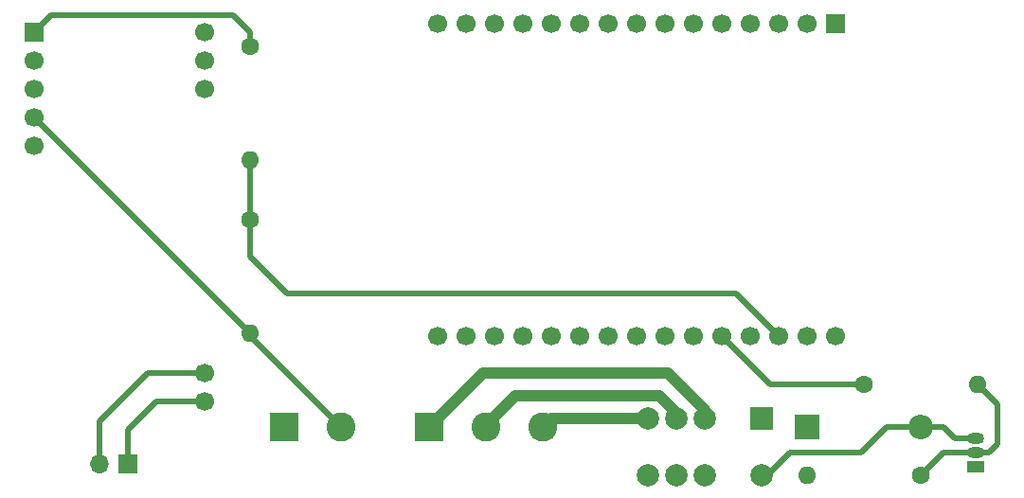
<source format=gbr>
%TF.GenerationSoftware,KiCad,Pcbnew,7.0.11+dfsg-1build4*%
%TF.CreationDate,2025-02-10T19:25:52-07:00*%
%TF.ProjectId,rfid-v2,72666964-2d76-4322-9e6b-696361645f70,rev?*%
%TF.SameCoordinates,Original*%
%TF.FileFunction,Copper,L1,Top*%
%TF.FilePolarity,Positive*%
%FSLAX46Y46*%
G04 Gerber Fmt 4.6, Leading zero omitted, Abs format (unit mm)*
G04 Created by KiCad (PCBNEW 7.0.11+dfsg-1build4) date 2025-02-10 19:25:52*
%MOMM*%
%LPD*%
G01*
G04 APERTURE LIST*
%TA.AperFunction,ComponentPad*%
%ADD10R,1.700000X1.700000*%
%TD*%
%TA.AperFunction,ComponentPad*%
%ADD11O,1.700000X1.700000*%
%TD*%
%TA.AperFunction,ComponentPad*%
%ADD12C,1.600000*%
%TD*%
%TA.AperFunction,ComponentPad*%
%ADD13O,1.600000X1.600000*%
%TD*%
%TA.AperFunction,ComponentPad*%
%ADD14R,2.600000X2.600000*%
%TD*%
%TA.AperFunction,ComponentPad*%
%ADD15C,2.600000*%
%TD*%
%TA.AperFunction,ComponentPad*%
%ADD16R,2.200000X2.200000*%
%TD*%
%TA.AperFunction,ComponentPad*%
%ADD17O,2.200000X2.200000*%
%TD*%
%TA.AperFunction,ComponentPad*%
%ADD18C,1.700000*%
%TD*%
%TA.AperFunction,ComponentPad*%
%ADD19R,1.500000X1.050000*%
%TD*%
%TA.AperFunction,ComponentPad*%
%ADD20O,1.500000X1.050000*%
%TD*%
%TA.AperFunction,ComponentPad*%
%ADD21R,2.000000X2.000000*%
%TD*%
%TA.AperFunction,ComponentPad*%
%ADD22C,2.000000*%
%TD*%
%TA.AperFunction,Conductor*%
%ADD23C,0.500000*%
%TD*%
%TA.AperFunction,Conductor*%
%ADD24C,1.000000*%
%TD*%
G04 APERTURE END LIST*
D10*
%TO.P,J3,1,Pin_1*%
%TO.N,Net-(J3-Pin_1)*%
X110495000Y-91948000D03*
D11*
%TO.P,J3,2,Pin_2*%
%TO.N,Net-(J3-Pin_2)*%
X107955000Y-91948000D03*
%TD*%
D12*
%TO.P,R1,1*%
%TO.N,/RELAY*%
X176276000Y-84836000D03*
D13*
%TO.P,R1,2*%
%TO.N,Net-(Q1-B)*%
X186436000Y-84836000D03*
%TD*%
D14*
%TO.P,J1,1,Pin_1*%
%TO.N,/V5*%
X124460000Y-88646000D03*
D15*
%TO.P,J1,2,Pin_2*%
%TO.N,/GND*%
X129540000Y-88646000D03*
%TD*%
D16*
%TO.P,D1,1,K*%
%TO.N,/V5*%
X171196000Y-88646000D03*
D17*
%TO.P,D1,2,A*%
%TO.N,Net-(D1-A)*%
X181356000Y-88646000D03*
%TD*%
D10*
%TO.P,U1,1,3V3*%
%TO.N,unconnected-(U1-3V3-Pad1)*%
X173736000Y-52578000D03*
D18*
%TO.P,U1,2,GND*%
%TO.N,unconnected-(U1-GND-Pad2)*%
X171196000Y-52578000D03*
%TO.P,U1,3,D15*%
%TO.N,unconnected-(U1-D15-Pad3)*%
X168656000Y-52578000D03*
%TO.P,U1,4,D2*%
%TO.N,unconnected-(U1-D2-Pad4)*%
X166116000Y-52578000D03*
%TO.P,U1,5,D4*%
%TO.N,unconnected-(U1-D4-Pad5)*%
X163576000Y-52578000D03*
%TO.P,U1,6,D16*%
%TO.N,unconnected-(U1-D16-Pad6)*%
X161036000Y-52578000D03*
%TO.P,U1,7,D17*%
%TO.N,unconnected-(U1-D17-Pad7)*%
X158496000Y-52578000D03*
%TO.P,U1,8,D5*%
%TO.N,unconnected-(U1-D5-Pad8)*%
X155956000Y-52578000D03*
%TO.P,U1,9,D18*%
%TO.N,unconnected-(U1-D18-Pad9)*%
X153416000Y-52578000D03*
%TO.P,U1,10,D19*%
%TO.N,unconnected-(U1-D19-Pad10)*%
X150876000Y-52578000D03*
%TO.P,U1,11,D21*%
%TO.N,unconnected-(U1-D21-Pad11)*%
X148336000Y-52578000D03*
%TO.P,U1,12,D3*%
%TO.N,unconnected-(U1-D3-Pad12)*%
X145796000Y-52578000D03*
%TO.P,U1,13,D1*%
%TO.N,unconnected-(U1-D1-Pad13)*%
X143256000Y-52578000D03*
%TO.P,U1,14,D22*%
%TO.N,unconnected-(U1-D22-Pad14)*%
X140716000Y-52578000D03*
%TO.P,U1,15,D23*%
%TO.N,unconnected-(U1-D23-Pad15)*%
X138176000Y-52578000D03*
%TO.P,U1,16,ENABLE*%
%TO.N,unconnected-(U1-ENABLE-Pad16)*%
X138176000Y-80518000D03*
%TO.P,U1,17,D36*%
%TO.N,unconnected-(U1-D36-Pad17)*%
X140716000Y-80518000D03*
%TO.P,U1,18,D39*%
%TO.N,unconnected-(U1-D39-Pad18)*%
X143256000Y-80518000D03*
%TO.P,U1,19,D34*%
%TO.N,unconnected-(U1-D34-Pad19)*%
X145796000Y-80518000D03*
%TO.P,U1,20,D35*%
%TO.N,unconnected-(U1-D35-Pad20)*%
X148336000Y-80518000D03*
%TO.P,U1,21,D32*%
%TO.N,unconnected-(U1-D32-Pad21)*%
X150876000Y-80518000D03*
%TO.P,U1,22,D33*%
%TO.N,unconnected-(U1-D33-Pad22)*%
X153416000Y-80518000D03*
%TO.P,U1,23,D25*%
%TO.N,unconnected-(U1-D25-Pad23)*%
X155956000Y-80518000D03*
%TO.P,U1,24,D26*%
%TO.N,unconnected-(U1-D26-Pad24)*%
X158496000Y-80518000D03*
%TO.P,U1,25,D27*%
%TO.N,unconnected-(U1-D27-Pad25)*%
X161036000Y-80518000D03*
%TO.P,U1,26,D14*%
%TO.N,/RELAY*%
X163576000Y-80518000D03*
%TO.P,U1,27,D12*%
%TO.N,unconnected-(U1-D12-Pad27)*%
X166116000Y-80518000D03*
%TO.P,U1,28,D13*%
%TO.N,/RFID_TX*%
X168656000Y-80518000D03*
%TO.P,U1,29,GND*%
%TO.N,/GND*%
X171196000Y-80518000D03*
%TO.P,U1,30,VIN*%
%TO.N,/V5*%
X173736000Y-80518000D03*
%TD*%
D12*
%TO.P,R4,1*%
%TO.N,/RFID_TX*%
X121412000Y-70104000D03*
D13*
%TO.P,R4,2*%
%TO.N,/GND*%
X121412000Y-80264000D03*
%TD*%
D19*
%TO.P,Q1,1,E*%
%TO.N,/GND*%
X186288000Y-92202000D03*
D20*
%TO.P,Q1,2,B*%
%TO.N,Net-(Q1-B)*%
X186288000Y-90932000D03*
%TO.P,Q1,3,C*%
%TO.N,Net-(D1-A)*%
X186288000Y-89662000D03*
%TD*%
D12*
%TO.P,R2,1*%
%TO.N,Net-(Q1-B)*%
X181356000Y-92964000D03*
D13*
%TO.P,R2,2*%
%TO.N,/GND*%
X171196000Y-92964000D03*
%TD*%
D14*
%TO.P,J2,1,Pin_1*%
%TO.N,/NC*%
X137414000Y-88646000D03*
D15*
%TO.P,J2,2,Pin_2*%
%TO.N,/COM*%
X142494000Y-88646000D03*
%TO.P,J2,3,Pin_3*%
%TO.N,/NO*%
X147574000Y-88646000D03*
%TD*%
D10*
%TO.P,U2,1,TX*%
%TO.N,Net-(U2-TX)*%
X102108000Y-53340000D03*
D18*
%TO.P,U2,2,RX*%
%TO.N,unconnected-(U2-RX-Pad2)*%
X102108000Y-55880000D03*
%TO.P,U2,3,NC*%
%TO.N,unconnected-(U2-NC-Pad3)*%
X102108000Y-58420000D03*
%TO.P,U2,4,GND*%
%TO.N,/GND*%
X102108000Y-60960000D03*
%TO.P,U2,5,5V*%
%TO.N,/V5*%
X102108000Y-63500000D03*
%TO.P,U2,6,LED*%
%TO.N,unconnected-(U2-LED-Pad6)*%
X117348000Y-53340000D03*
%TO.P,U2,7,5V*%
%TO.N,unconnected-(U2-5V-Pad7)*%
X117348000Y-55880000D03*
%TO.P,U2,8,GND*%
%TO.N,unconnected-(U2-GND-Pad8)*%
X117348000Y-58420000D03*
%TO.P,U2,9,ANT1*%
%TO.N,Net-(J3-Pin_2)*%
X117348000Y-83820000D03*
%TO.P,U2,10,ANT2*%
%TO.N,Net-(J3-Pin_1)*%
X117348000Y-86360000D03*
%TD*%
D21*
%TO.P,K1,1*%
%TO.N,/V5*%
X167132000Y-87884000D03*
D22*
%TO.P,K1,3*%
%TO.N,/NC*%
X162052000Y-87884000D03*
%TO.P,K1,4*%
%TO.N,/COM*%
X159512000Y-87884000D03*
%TO.P,K1,5*%
%TO.N,/NO*%
X156972000Y-87884000D03*
%TO.P,K1,8*%
%TO.N,unconnected-(K1-Pad8)*%
X156972000Y-92964000D03*
%TO.P,K1,9*%
%TO.N,unconnected-(K1-Pad9)*%
X159512000Y-92964000D03*
%TO.P,K1,10*%
%TO.N,unconnected-(K1-Pad10)*%
X162052000Y-92964000D03*
%TO.P,K1,12*%
%TO.N,Net-(D1-A)*%
X167132000Y-92964000D03*
%TD*%
D12*
%TO.P,R3,1*%
%TO.N,Net-(U2-TX)*%
X121412000Y-54610000D03*
D13*
%TO.P,R3,2*%
%TO.N,/RFID_TX*%
X121412000Y-64770000D03*
%TD*%
D23*
%TO.N,Net-(D1-A)*%
X181356000Y-88646000D02*
X178308000Y-88646000D01*
X183388000Y-88646000D02*
X181356000Y-88646000D01*
X178308000Y-88646000D02*
X176022000Y-90932000D01*
X176022000Y-90932000D02*
X169672000Y-90932000D01*
X186288000Y-89662000D02*
X184404000Y-89662000D01*
X169672000Y-90932000D02*
X167640000Y-92964000D01*
X184404000Y-89662000D02*
X183388000Y-88646000D01*
%TO.N,/GND*%
X121412000Y-80518000D02*
X121412000Y-80264000D01*
X129540000Y-88646000D02*
X121412000Y-80518000D01*
X102108000Y-60960000D02*
X121412000Y-80264000D01*
X121412000Y-80264000D02*
X121412000Y-80772000D01*
%TO.N,Net-(Q1-B)*%
X186436000Y-84836000D02*
X188214000Y-86614000D01*
X187452000Y-90932000D02*
X186436000Y-90932000D01*
X188214000Y-86614000D02*
X188214000Y-90170000D01*
X183388000Y-90932000D02*
X181356000Y-92964000D01*
X188214000Y-90170000D02*
X187452000Y-90932000D01*
X186288000Y-90932000D02*
X183388000Y-90932000D01*
D24*
%TO.N,/NC*%
X142240000Y-83820000D02*
X137668000Y-88392000D01*
X162052000Y-87884000D02*
X162052000Y-87122000D01*
X162052000Y-87122000D02*
X158750000Y-83820000D01*
X158750000Y-83820000D02*
X142240000Y-83820000D01*
%TO.N,/COM*%
X158020000Y-85884000D02*
X145129000Y-85884000D01*
X159512000Y-87884000D02*
X159512000Y-87376000D01*
X159512000Y-87376000D02*
X158020000Y-85884000D01*
X145129000Y-85884000D02*
X142621000Y-88392000D01*
%TO.N,/NO*%
X156972000Y-87884000D02*
X148336000Y-87884000D01*
X148336000Y-87884000D02*
X147574000Y-88646000D01*
D23*
%TO.N,/RELAY*%
X167894000Y-84836000D02*
X176276000Y-84836000D01*
X163576000Y-80518000D02*
X167894000Y-84836000D01*
%TO.N,Net-(U2-TX)*%
X121412000Y-54610000D02*
X121412000Y-53340000D01*
X121412000Y-53340000D02*
X119888000Y-51816000D01*
X119888000Y-51816000D02*
X103632000Y-51816000D01*
X103632000Y-51816000D02*
X102108000Y-53340000D01*
%TO.N,/RFID_TX*%
X121412000Y-70612000D02*
X121412000Y-73406000D01*
X121412000Y-73406000D02*
X124714000Y-76708000D01*
X121412000Y-64770000D02*
X121412000Y-70612000D01*
X124714000Y-76708000D02*
X164592000Y-76708000D01*
X164846000Y-76708000D02*
X164592000Y-76708000D01*
X168656000Y-80518000D02*
X164846000Y-76708000D01*
%TO.N,Net-(J3-Pin_2)*%
X112268000Y-83820000D02*
X107950000Y-88138000D01*
X107955000Y-88143000D02*
X107955000Y-91948000D01*
X107950000Y-88138000D02*
X107955000Y-88143000D01*
X117348000Y-83820000D02*
X112268000Y-83820000D01*
%TO.N,Net-(J3-Pin_1)*%
X110495000Y-88905000D02*
X110495000Y-91948000D01*
X113030000Y-86360000D02*
X110490000Y-88900000D01*
X117348000Y-86360000D02*
X113030000Y-86360000D01*
X110490000Y-88900000D02*
X110495000Y-88905000D01*
%TD*%
M02*

</source>
